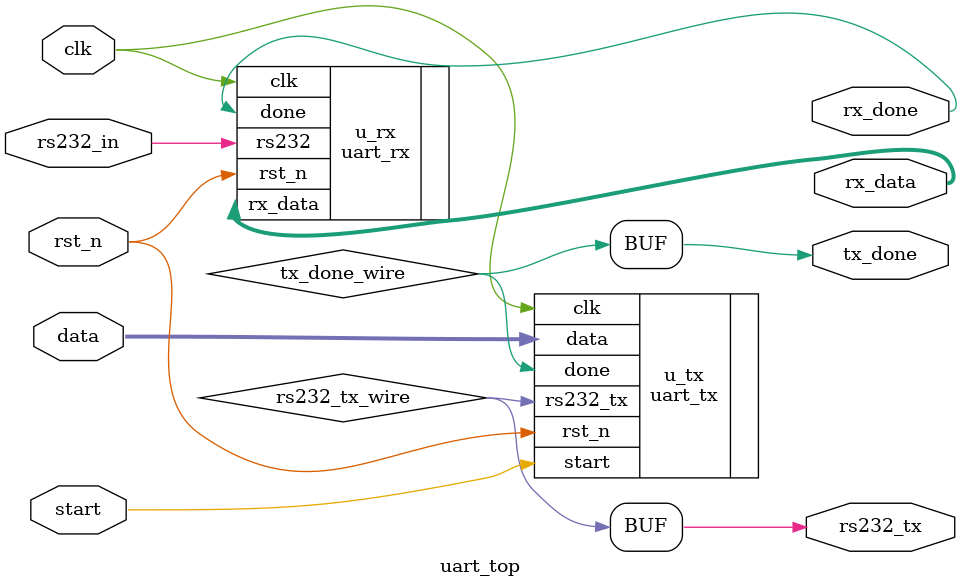
<source format=v>
module uart_top(
    input clk,
    input rst_n,
    input start,
    input [7:0] data,
    input rs232_in,
    output rs232_tx,
    output [7:0] rx_data,
    output tx_done,
    output rx_done
);
    wire tx_done_wire;
    wire rs232_tx_wire;

    uart_tx u_tx (
        .clk(clk),
        .rst_n(rst_n),
        .start(start),
        .data(data),
        .rs232_tx(rs232_tx_wire),
        .done(tx_done_wire)
    );

    uart_rx u_rx (
        .clk(clk),
        .rst_n(rst_n),
        .rs232(rs232_in),
        .rx_data(rx_data),
        .done(rx_done)
    );

    assign rs232_tx = rs232_tx_wire;
    assign tx_done = tx_done_wire;
endmodule

</source>
